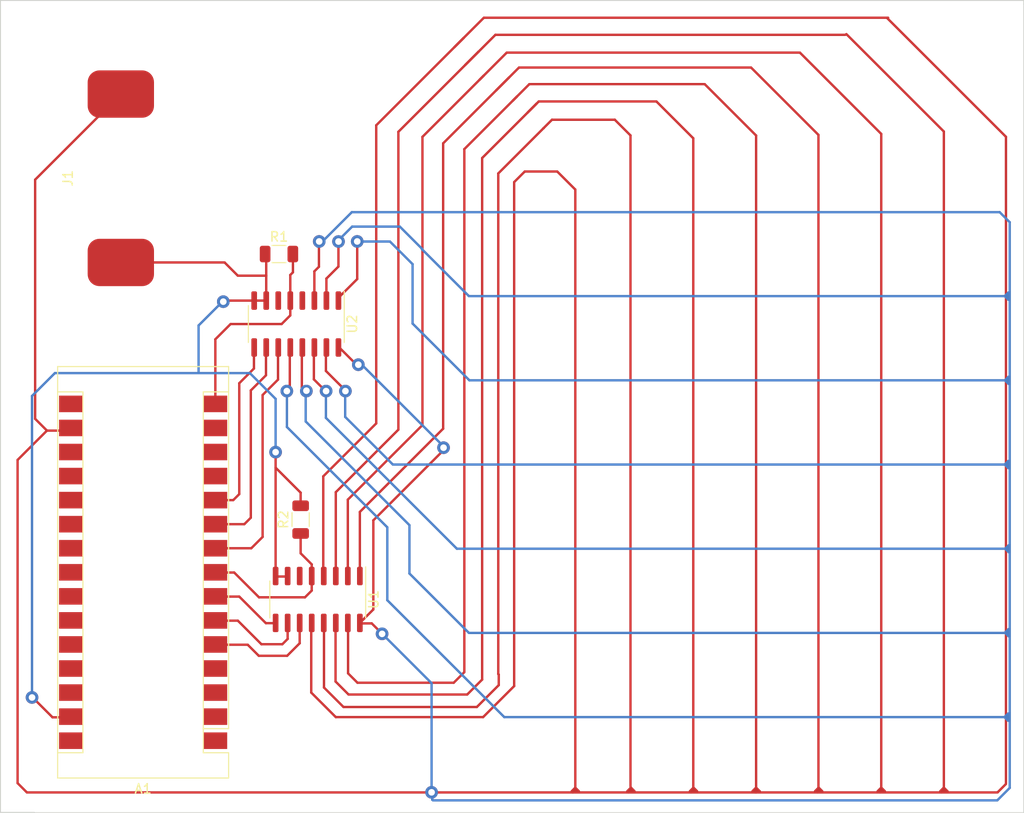
<source format=kicad_pcb>
(kicad_pcb (version 20211014) (generator pcbnew)
  (layers (0 "F.Cu" signal) (31 "B.Cu" signal) (34 "B.Paste" user) (35 "F.Paste" user) (36 "B.SilkS" user "B.Silkscreen") (37 "F.SilkS" user "F.Silkscreen") (38 "B.Mask" user) (39 "F.Mask" user) (44 "Edge.Cuts" user))
  (net 0 "")
  (net 4 "GND")
  (net 5 "Net-(A1-Pad7)")
  (net 6 "Net-(A1-Pad5)")
  (net 7 "Net-(A1-Pad6)")
  (net 8 "Net-(A1-Pad8)")
  (net 9 "Net-(A1-Pad9)")
  (net 12 "Net-(A1-Pad10)")
  (net 23 "Net-(A1-Pad15)")
  (net 29 "unconnected-(U2-Pad3)")
  (net 31 "Net-(A1-Pad11)")
  (net 35 "Net-(A1-Pad17)")
  (footprint "Package_SO:SOIC-16_3.9x9.9mm_P1.27mm" (layer "F.Cu") (at 78.5368 130.81 -90)
    (fp_text reference "U1" (at 0 -5.9 90) (layer "F.SilkS"))
    (fp_text value "SN74HCS15QDRQ1CT")
    (fp_line (start 0 -5.06) (end -3.45 -5.06) (layer "F.SilkS") (width 0.12))
    (fp_line (start 0 -5.06) (end 1.95 -5.06) (layer "F.SilkS") (width 0.12))
    (fp_line (start 0 5.06) (end -1.95 5.06) (layer "F.SilkS") (width 0.12))
    (fp_line (start 0 5.06) (end 1.95 5.06) (layer "F.SilkS") (width 0.12))
    (pad "1" smd roundrect (at -2.475 -4.445 270) (size 1.95 0.6) (layers "F.Cu" "F.Paste" "F.Mask"))
    (pad "2" smd roundrect (at -2.475 -3.175 270) (size 1.95 0.6) (layers "F.Cu" "F.Paste" "F.Mask"))
    (pad "3" smd roundrect (at -2.475 -1.905 270) (size 1.95 0.6) (layers "F.Cu" "F.Paste" "F.Mask"))
    (pad "4" smd roundrect (at -2.475 -0.635 270) (size 1.95 0.6) (layers "F.Cu" "F.Paste" "F.Mask"))
    (pad "5" smd roundrect (at -2.475 0.635 270) (size 1.95 0.6) (layers "F.Cu" "F.Paste" "F.Mask") (net 8 "Net-(A1-Pad8)"))
    (pad "6" smd roundrect (at -2.475 1.905 270) (size 1.95 0.6) (layers "F.Cu" "F.Paste" "F.Mask"))
    (pad "7" smd roundrect (at -2.475 3.175 270) (size 1.95 0.6) (layers "F.Cu" "F.Paste" "F.Mask") (net 4 "GND"))
    (pad "8" smd roundrect (at -2.475 4.445 270) (size 1.95 0.6) (layers "F.Cu" "F.Paste" "F.Mask") (net 4 "GND"))
    (pad "9" smd roundrect (at 2.475 4.445 270) (size 1.95 0.6) (layers "F.Cu" "F.Paste" "F.Mask") (net 5 "Net-(A1-Pad7)"))
    (pad "10" smd roundrect (at 2.475 3.175 270) (size 1.95 0.6) (layers "F.Cu" "F.Paste" "F.Mask") (net 7 "Net-(A1-Pad6)"))
    (pad "11" smd roundrect (at 2.475 1.905 270) (size 1.95 0.6) (layers "F.Cu" "F.Paste" "F.Mask") (net 6 "Net-(A1-Pad5)"))
    (pad "12" smd roundrect (at 2.475 0.635 270) (size 1.95 0.6) (layers "F.Cu" "F.Paste" "F.Mask"))
    (pad "13" smd roundrect (at 2.475 -0.635 270) (size 1.95 0.6) (layers "F.Cu" "F.Paste" "F.Mask"))
    (pad "14" smd roundrect (at 2.475 -1.905 270) (size 1.95 0.6) (layers "F.Cu" "F.Paste" "F.Mask"))
    (pad "15" smd roundrect (at 2.475 -3.175 270) (size 1.95 0.6) (layers "F.Cu" "F.Paste" "F.Mask"))
    (pad "16" smd roundrect (at 2.475 -4.445 270) (size 1.95 0.6) (layers "F.Cu" "F.Paste" "F.Mask") (net 35 "Net-(A1-Pad17)"))
  )
  (footprint "Resistor_SMD:R_1206_3216Metric" (layer "F.Cu") (at 76.7334 122.3772 90)
    (fp_text reference "R2" (at 0 -1.82 90) (layer "F.SilkS"))
    (fp_text value "R")
    (fp_line (start -0.727064 0.91) (end 0.727064 0.91) (layer "F.SilkS") (width 0.12))
    (fp_line (start -0.727064 -0.91) (end 0.727064 -0.91) (layer "F.SilkS") (width 0.12))
    (pad "1" smd roundrect (at -1.4625 0 90) (size 1.125 1.75) (layers "F.Cu" "F.Paste" "F.Mask") (roundrect_rratio 0.2222222222) (net 8 "Net-(A1-Pad8)"))
    (pad "2" smd roundrect (at 1.4625 0 90) (size 1.125 1.75) (layers "F.Cu" "F.Paste" "F.Mask") (roundrect_rratio 0.2222222222) (net 4 "GND"))
  )
  (footprint "ARTS-Lab:banana_connector" (layer "F.Cu") (at 52.6796 86.3346 90)
    (fp_text reference "J1" (at 0 -0.5 90 unlocked) (layer "F.SilkS"))
    (fp_text value "Conn_01x02_Female")
    (pad "1" smd roundrect (at -8.89 5.08 90) (size 5 7) (layers "F.Cu" "F.Paste" "F.Mask") (net 4 "GND"))
    (pad "2" smd roundrect (at 8.89 5.08 90) (size 5 7) (layers "F.Cu" "F.Paste" "F.Mask") (net 35 "Net-(A1-Pad17)"))
  )
  (footprint "Resistor_SMD:R_1206_3216Metric" (layer "F.Cu") (at 74.4474 94.3356)
    (fp_text reference "R1" (at 0 -1.82) (layer "F.SilkS"))
    (fp_text value "R")
    (fp_line (start -0.727064 0.91) (end 0.727064 0.91) (layer "F.SilkS") (width 0.12))
    (fp_line (start -0.727064 -0.91) (end 0.727064 -0.91) (layer "F.SilkS") (width 0.12))
    (pad "1" smd roundrect (at -1.4625 0) (size 1.125 1.75) (layers "F.Cu" "F.Paste" "F.Mask") (roundrect_rratio 0.2222222222) (net 4 "GND"))
    (pad "2" smd roundrect (at 1.4625 0) (size 1.125 1.75) (layers "F.Cu" "F.Paste" "F.Mask") (roundrect_rratio 0.2222222222) (net 23 "Net-(A1-Pad15)"))
  )
  (footprint "Package_SO:SOIC-16_3.9x9.9mm_P1.27mm" (layer "F.Cu") (at 76.2762 101.727 -90)
    (fp_text reference "U2" (at 0 -5.9 90) (layer "F.SilkS"))
    (fp_text value "SN74HCS15QDRQ1CT")
    (fp_line (start 0 -5.06) (end -3.45 -5.06) (layer "F.SilkS") (width 0.12))
    (fp_line (start 0 5.06) (end -1.95 5.06) (layer "F.SilkS") (width 0.12))
    (fp_line (start 0 -5.06) (end 1.95 -5.06) (layer "F.SilkS") (width 0.12))
    (fp_line (start 0 5.06) (end 1.95 5.06) (layer "F.SilkS") (width 0.12))
    (pad "1" smd roundrect (at -2.475 -4.445 270) (size 1.95 0.6) (layers "F.Cu" "F.Paste" "F.Mask"))
    (pad "2" smd roundrect (at -2.475 -3.175 270) (size 1.95 0.6) (layers "F.Cu" "F.Paste" "F.Mask"))
    (pad "3" smd roundrect (at -2.475 -1.905 270) (size 1.95 0.6) (layers "F.Cu" "F.Paste" "F.Mask") (net 29 "unconnected-(U2-Pad3)"))
    (pad "4" smd roundrect (at -2.475 -0.635 270) (size 1.95 0.6) (layers "F.Cu" "F.Paste" "F.Mask"))
    (pad "5" smd roundrect (at -2.475 0.635 270) (size 1.95 0.6) (layers "F.Cu" "F.Paste" "F.Mask") (net 23 "Net-(A1-Pad15)"))
    (pad "6" smd roundrect (at -2.475 1.905 270) (size 1.95 0.6) (layers "F.Cu" "F.Paste" "F.Mask"))
    (pad "7" smd roundrect (at -2.475 3.175 270) (size 1.95 0.6) (layers "F.Cu" "F.Paste" "F.Mask") (net 4 "GND"))
    (pad "8" smd roundrect (at -2.475 4.445 270) (size 1.95 0.6) (layers "F.Cu" "F.Paste" "F.Mask") (net 4 "GND"))
    (pad "9" smd roundrect (at 2.475 4.445 270) (size 1.95 0.6) (layers "F.Cu" "F.Paste" "F.Mask") (net 31 "Net-(A1-Pad11)"))
    (pad "10" smd roundrect (at 2.475 3.175 270) (size 1.95 0.6) (layers "F.Cu" "F.Paste" "F.Mask") (net 12 "Net-(A1-Pad10)"))
    (pad "11" smd roundrect (at 2.475 1.905 270) (size 1.95 0.6) (layers "F.Cu" "F.Paste" "F.Mask") (net 9 "Net-(A1-Pad9)"))
    (pad "12" smd roundrect (at 2.475 0.635 270) (size 1.95 0.6) (layers "F.Cu" "F.Paste" "F.Mask"))
    (pad "13" smd roundrect (at 2.475 -0.635 270) (size 1.95 0.6) (layers "F.Cu" "F.Paste" "F.Mask"))
    (pad "14" smd roundrect (at 2.475 -1.905 270) (size 1.95 0.6) (layers "F.Cu" "F.Paste" "F.Mask"))
    (pad "15" smd roundrect (at 2.475 -3.175 270) (size 1.95 0.6) (layers "F.Cu" "F.Paste" "F.Mask"))
    (pad "16" smd roundrect (at 2.475 -4.445 270) (size 1.95 0.6) (layers "F.Cu" "F.Paste" "F.Mask") (net 35 "Net-(A1-Pad17)"))
  )
  (footprint "Module:Arduino_Nano" (layer "F.Cu") (at 67.7318 145.7198 180)
    (fp_text reference "A1" (at 7.62 -5.08) (layer "F.SilkS"))
    (fp_text value "Arduino_Nano_v3.x")
    (fp_line (start 1.27 1.27) (end 1.27 -1.27) (layer "F.SilkS") (width 0.12))
    (fp_line (start -1.4 1.27) (end -1.4 39.5) (layer "F.SilkS") (width 0.12))
    (fp_line (start 13.97 -1.27) (end 16.64 -1.27) (layer "F.SilkS") (width 0.12))
    (fp_line (start 13.97 36.83) (end 16.64 36.83) (layer "F.SilkS") (width 0.12))
    (fp_line (start 1.27 -1.27) (end -1.4 -1.27) (layer "F.SilkS") (width 0.12))
    (fp_line (start 1.27 36.83) (end -1.4 36.83) (layer "F.SilkS") (width 0.12))
    (fp_line (start 16.64 39.5) (end 16.64 -3.94) (layer "F.SilkS") (width 0.12))
    (fp_line (start 1.27 1.27) (end 1.27 36.83) (layer "F.SilkS") (width 0.12))
    (fp_line (start 1.27 1.27) (end -1.4 1.27) (layer "F.SilkS") (width 0.12))
    (fp_line (start -1.4 39.5) (end 16.64 39.5) (layer "F.SilkS") (width 0.12))
    (fp_line (start -1.4 -3.94) (end -1.4 -1.27) (layer "F.SilkS") (width 0.12))
    (fp_line (start 13.97 -1.27) (end 13.97 36.83) (layer "F.SilkS") (width 0.12))
    (fp_line (start 16.64 -3.94) (end -1.4 -3.94) (layer "F.SilkS") (width 0.12))
    (pad "1" smd rect (at 0 0 180) (size 2.5 1.75) (layers "F.Cu" "F.Paste" "F.Mask"))
    (pad "2" smd rect (at 0 2.54 180) (size 2.5 1.75) (layers "F.Cu" "F.Paste" "F.Mask"))
    (pad "3" smd rect (at 0 5.08 180) (size 2.5 1.75) (layers "F.Cu" "F.Paste" "F.Mask"))
    (pad "4" smd rect (at 0 7.62 180) (size 2.5 1.75) (layers "F.Cu" "F.Paste" "F.Mask") (net 4 "GND"))
    (pad "5" smd rect (at 0 10.16 180) (size 2.5 1.75) (layers "F.Cu" "F.Paste" "F.Mask") (net 6 "Net-(A1-Pad5)"))
    (pad "6" smd rect (at 0 12.7 180) (size 2.5 1.75) (layers "F.Cu" "F.Paste" "F.Mask") (net 7 "Net-(A1-Pad6)"))
    (pad "7" smd rect (at 0 15.24 180) (size 2.5 1.75) (layers "F.Cu" "F.Paste" "F.Mask") (net 5 "Net-(A1-Pad7)"))
    (pad "8" smd rect (at 0 17.78 180) (size 2.5 1.75) (layers "F.Cu" "F.Paste" "F.Mask") (net 8 "Net-(A1-Pad8)"))
    (pad "9" smd rect (at 0 20.32 180) (size 2.5 1.75) (layers "F.Cu" "F.Paste" "F.Mask") (net 9 "Net-(A1-Pad9)"))
    (pad "10" smd rect (at 0 22.86 180) (size 2.5 1.75) (layers "F.Cu" "F.Paste" "F.Mask") (net 12 "Net-(A1-Pad10)"))
    (pad "11" smd rect (at 0 25.4 180) (size 2.5 1.75) (layers "F.Cu" "F.Paste" "F.Mask") (net 31 "Net-(A1-Pad11)"))
    (pad "12" smd rect (at 0 27.94 180) (size 2.5 1.75) (layers "F.Cu" "F.Paste" "F.Mask"))
    (pad "13" smd rect (at 0 30.48 180) (size 2.5 1.75) (layers "F.Cu" "F.Paste" "F.Mask"))
    (pad "14" smd rect (at 0 33.02 180) (size 2.5 1.75) (layers "F.Cu" "F.Paste" "F.Mask"))
    (pad "15" smd rect (at 0 35.56 180) (size 2.5 1.75) (layers "F.Cu" "F.Paste" "F.Mask") (net 23 "Net-(A1-Pad15)"))
    (pad "16" smd rect (at 15.24 35.56 180) (size 2.5 1.75) (layers "F.Cu" "F.Paste" "F.Mask"))
    (pad "17" smd rect (at 15.24 33.02 180) (size 2.5 1.75) (layers "F.Cu" "F.Paste" "F.Mask") (net 35 "Net-(A1-Pad17)"))
    (pad "18" smd rect (at 15.24 30.48 180) (size 2.5 1.75) (layers "F.Cu" "F.Paste" "F.Mask"))
    (pad "19" smd rect (at 15.24 27.94 180) (size 2.5 1.75) (layers "F.Cu" "F.Paste" "F.Mask"))
    (pad "20" smd rect (at 15.24 25.4 180) (size 2.5 1.75) (layers "F.Cu" "F.Paste" "F.Mask"))
    (pad "21" smd rect (at 15.24 22.86 180) (size 2.5 1.75) (layers "F.Cu" "F.Paste" "F.Mask"))
    (pad "22" smd rect (at 15.24 20.32 180) (size 2.5 1.75) (layers "F.Cu" "F.Paste" "F.Mask"))
    (pad "23" smd rect (at 15.24 17.78 180) (size 2.5 1.75) (layers "F.Cu" "F.Paste" "F.Mask"))
    (pad "24" smd rect (at 15.24 15.24 180) (size 2.5 1.75) (layers "F.Cu" "F.Paste" "F.Mask"))
    (pad "25" smd rect (at 15.24 12.7 180) (size 2.5 1.75) (layers "F.Cu" "F.Paste" "F.Mask"))
    (pad "26" smd rect (at 15.24 10.16 180) (size 2.5 1.75) (layers "F.Cu" "F.Paste" "F.Mask"))
    (pad "27" smd rect (at 15.24 7.62 180) (size 2.5 1.75) (layers "F.Cu" "F.Paste" "F.Mask"))
    (pad "28" smd rect (at 15.24 5.08 180) (size 2.5 1.75) (layers "F.Cu" "F.Paste" "F.Mask"))
    (pad "29" smd rect (at 15.24 2.54 180) (size 2.5 1.75) (layers "F.Cu" "F.Paste" "F.Mask") (net 4 "GND"))
    (pad "30" smd rect (at 15.24 0 180) (size 2.5 1.75) (layers "F.Cu" "F.Paste" "F.Mask"))
  )
  (gr_circle (center 78.6892 93.005639) (end 78.121239 93.005639) (layer "F.Cu") (width 0.2) (fill solid))
  (gr_circle (center 75.276439 108.804439) (end 74.708478 108.804439) (layer "F.Cu") (width 0.2) (fill solid))
  (gr_circle (center 81.4578 108.804439) (end 80.889839 108.804439) (layer "F.Cu") (width 0.2) (fill solid))
  (gr_circle (center 68.570839 99.3648) (end 68.002878 99.3648) (layer "F.Cu") (width 0.2) (fill solid))
  (gr_circle (center 77.343 108.804439) (end 76.775039 108.804439) (layer "F.Cu") (width 0.2) (fill solid))
  (gr_circle (center 80.728278 93.0148) (end 80.160317 93.0148) (layer "F.Cu") (width 0.2) (fill solid))
  (gr_circle (center 48.389771 141.158581) (end 48.957732 141.158581) (layer "F.Cu") (width 0.2) (fill solid))
  (gr_circle (center 82.820239 106.0196) (end 82.252278 106.0196) (layer "F.Cu") (width 0.2) (fill solid))
  (gr_circle (center 85.327761 134.4422) (end 85.895722 134.4422) (layer "F.Cu") (width 0.2) (fill solid))
  (gr_circle (center 82.7024 93.005639) (end 82.134439 93.005639) (layer "F.Cu") (width 0.2) (fill solid))
  (gr_circle (center 90.551 151.171639) (end 91.118961 151.171639) (layer "F.Cu") (width 0.2) (fill solid))
  (gr_circle (center 74.0918 115.256039) (end 74.659761 115.256039) (layer "F.Cu") (width 0.2) (fill solid))
  (gr_circle (center 91.811839 114.7826) (end 91.243878 114.7826) (layer "F.Cu") (width 0.2) (fill solid))
  (gr_circle (center 79.416639 108.804439) (end 78.848678 108.804439) (layer "F.Cu") (width 0.2) (fill solid))
  (gr_circle (center 82.820239 106.0196) (end 83.3882 106.0196) (layer "B.Cu") (width 0.2) (fill solid))
  (gr_circle (center 85.32499 134.431419) (end 85.892951 134.431419) (layer "B.Cu") (width 0.2) (fill solid))
  (gr_circle (center 77.333839 108.804439) (end 77.9018 108.804439) (layer "B.Cu") (width 0.2) (fill solid))
  (gr_circle (center 90.551 151.171639) (end 91.118961 151.171639) (layer "B.Cu") (width 0.2) (fill solid))
  (gr_circle (center 75.276439 108.804439) (end 75.8444 108.804439) (layer "B.Cu") (width 0.2) (fill solid))
  (gr_circle (center 78.698361 93.005639) (end 79.266322 93.005639) (layer "B.Cu") (width 0.2) (fill solid))
  (gr_circle (center 48.387 141.1478) (end 48.954961 141.1478) (layer "B.Cu") (width 0.2) (fill solid))
  (gr_circle (center 79.4258 108.804439) (end 79.993761 108.804439) (layer "B.Cu") (width 0.2) (fill solid))
  (gr_circle (center 80.728278 93.0148) (end 81.296239 93.0148) (layer "B.Cu") (width 0.2) (fill solid))
  (gr_circle (center 68.570839 99.3648) (end 69.1388 99.3648) (layer "B.Cu") (width 0.2) (fill solid))
  (gr_circle (center 82.7024 93.005639) (end 83.270361 93.005639) (layer "B.Cu") (width 0.2) (fill solid))
  (gr_circle (center 91.811839 114.7826) (end 92.3798 114.7826) (layer "B.Cu") (width 0.2) (fill solid))
  (gr_circle (center 74.089029 115.245258) (end 74.65699 115.245258) (layer "B.Cu") (width 0.2) (fill solid))
  (gr_circle (center 81.4578 108.804439) (end 82.025761 108.804439) (layer "B.Cu") (width 0.2) (fill solid))
  (gr_line (start 153.035 67.564) (end 45.0596 67.564) (layer "Edge.Cuts") (width 0.1))
  (gr_line (start 45.0596 153.289) (end 45.0596 67.564) (layer "Edge.Cuts") (width 0.1))
  (gr_line (start 48.641 153.3144) (end 153.035 153.3144) (layer "Edge.Cuts") (width 0.1))
  (gr_line (start 153.035 67.945) (end 153.035 67.564) (layer "Edge.Cuts") (width 0.1))
  (gr_line (start 153.035 153.289) (end 153.035 67.945) (layer "Edge.Cuts") (width 0.1))
  (gr_line (start 48.641 153.289) (end 45.0596 153.289) (layer "Edge.Cuts") (width 0.1))
  (via (at 81.4578 108.804439) (size 0.71) (drill 0.7) (layers "F.Cu" "B.Cu") (net 0))
  (via (at 91.811839 114.7826) (size 0.71) (drill 0.7) (layers "F.Cu" "B.Cu") (net 0))
  (via (at 78.6892 93.005639) (size 0.71) (drill 0.7) (layers "F.Cu" "B.Cu") (net 0))
  (via (at 77.343 108.7628) (size 0.71) (drill 0.7) (layers "F.Cu" "B.Cu") (net 0))
  (via (at 48.389771 141.158581) (size 0.71) (drill 0.7) (layers "F.Cu" "B.Cu") (net 0))
  (via (at 80.728278 93.0148) (size 0.71) (drill 0.7) (layers "F.Cu" "B.Cu") (net 0))
  (via (at 90.551 151.171639) (size 0.71) (drill 0.7) (layers "F.Cu" "B.Cu") (net 0))
  (via (at 75.276439 108.804439) (size 0.71) (drill 0.7) (layers "F.Cu" "B.Cu") (net 0))
  (via (at 74.0918 115.256039) (size 0.71) (drill 0.7) (layers "F.Cu" "B.Cu") (net 0))
  (via (at 82.820239 106.0196) (size 0.71) (drill 0.7) (layers "F.Cu" "B.Cu") (net 0))
  (via (at 82.7024 93.005639) (size 0.71) (drill 0.7) (layers "F.Cu" "B.Cu") (net 0))
  (via (at 68.570839 99.3648) (size 0.71) (drill 0.7) (layers "F.Cu" "B.Cu") (net 0))
  (via (at 79.416639 108.804439) (size 0.71) (drill 0.7) (layers "F.Cu" "B.Cu") (net 0))
  (via (at 85.327761 134.4422) (size 0.71) (drill 0.7) (layers "F.Cu" "B.Cu") (net 0))
  (segment (start 73.1012 99.252) (end 73.1012 96.6216) (width 0.25) (layer "F.Cu") (net 4))
  (segment (start 57.7596 95.2246) (end 68.707 95.2246) (width 0.25) (layer "F.Cu") (net 4))
  (segment (start 51.310771 143.250542) (end 50.548771 143.250542) (width 0.25) (layer "F.Cu") (net 4))
  (segment (start 76.7334 119.5324) (end 74.0918 116.8908) (width 0.25) (layer "F.Cu") (net 4))
  (segment (start 50.548771 143.250542) (end 48.389771 141.091542) (width 0.25) (layer "F.Cu") (net 4))
  (segment (start 74.0918 116.8908) (end 74.0918 115.189) (width 0.25) (layer "F.Cu") (net 4))
  (segment (start 73.1012 96.6216) (end 73.1012 94.4519) (width 0.25) (layer "F.Cu") (net 4))
  (segment (start 71.8312 99.252) (end 68.6166 99.252) (width 0.25) (layer "F.Cu") (net 4))
  (segment (start 74.0918 128.3858) (end 74.0918 116.8908) (width 0.25) (layer "F.Cu") (net 4))
  (segment (start 76.7334 120.9147) (end 76.7334 119.5324) (width 0.25) (layer "F.Cu") (net 4))
  (segment (start 73.0758 99.252) (end 71.8058 99.252) (width 0.25) (layer "F.Cu") (net 4))
  (segment (start 73.1012 94.4519) (end 72.9849 94.3356) (width 0.25) (layer "F.Cu") (net 4))
  (segment (start 68.6166 99.252) (end 68.58 99.2886) (width 0.25) (layer "F.Cu") (net 4))
  (segment (start 68.707 95.2246) (end 70.104 96.6216) (width 0.25) (layer "F.Cu") (net 4))
  (segment (start 70.104 96.6216) (end 73.1012 96.6216) (width 0.25) (layer "F.Cu") (net 4))
  (segment (start 74.1172 128.3858) (end 75.3872 128.3858) (width 0.25) (layer "F.Cu") (net 4))
  (segment (start 65.9638 106.9086) (end 71.374 106.9086) (width 0.25) (layer "B.Cu") (net 4))
  (segment (start 71.374 106.9086) (end 74.0918 109.6264) (width 0.25) (layer "B.Cu") (net 4))
  (segment (start 74.0918 109.6264) (end 74.0918 115.189) (width 0.25) (layer "B.Cu") (net 4))
  (segment (start 65.9638 106.9086) (end 65.9638 101.8794) (width 0.25) (layer "B.Cu") (net 4))
  (segment (start 65.9638 101.8794) (end 68.58 99.2632) (width 0.25) (layer "B.Cu") (net 4))
  (segment (start 50.8 106.9086) (end 65.9638 106.9086) (width 0.25) (layer "B.Cu") (net 4))
  (segment (start 48.387 141.0716) (end 48.387 109.3216) (width 0.25) (layer "B.Cu") (net 4))
  (segment (start 48.387 109.3216) (end 50.8 106.9086) (width 0.25) (layer "B.Cu") (net 4))
  (segment (start 73.0616 133.3104) (end 70.2564 130.5052) (width 0.25) (layer "F.Cu") (net 5))
  (segment (start 74.0918 133.3104) (end 73.0616 133.3104) (width 0.25) (layer "F.Cu") (net 5))
  (segment (start 70.2564 130.5052) (end 67.808 130.5052) (width 0.25) (layer "F.Cu") (net 5))
  (segment (start 71.1454 135.5852) (end 67.808 135.5852) (width 0.25) (layer "F.Cu") (net 6))
  (segment (start 76.6318 133.3104) (end 76.6318 135.4328) (width 0.25) (layer "F.Cu") (net 6))
  (segment (start 76.6318 135.4328) (end 75.311 136.7536) (width 0.25) (layer "F.Cu") (net 6))
  (segment (start 72.3138 136.7536) (end 71.1454 135.5852) (width 0.25) (layer "F.Cu") (net 6))
  (segment (start 75.311 136.7536) (end 72.3138 136.7536) (width 0.25) (layer "F.Cu") (net 6))
  (segment (start 72.5932 135.5344) (end 70.104 133.0452) (width 0.25) (layer "F.Cu") (net 7))
  (segment (start 70.104 133.0452) (end 67.808 133.0452) (width 0.25) (layer "F.Cu") (net 7))
  (segment (start 74.803 135.5344) (end 72.5932 135.5344) (width 0.25) (layer "F.Cu") (net 7))
  (segment (start 75.3618 133.3104) (end 75.3618 134.9756) (width 0.25) (layer "F.Cu") (net 7))
  (segment (start 75.3618 134.9756) (end 74.803 135.5344) (width 0.25) (layer "F.Cu") (net 7))
  (segment (start 76.7334 125.9332) (end 76.7334 123.8397) (width 0.25) (layer "F.Cu") (net 8))
  (segment (start 72.3392 130.5814) (end 69.723 127.9652) (width 0.25) (layer "F.Cu") (net 8))
  (segment (start 77.9018 129.8702) (end 77.1906 130.5814) (width 0.25) (layer "F.Cu") (net 8))
  (segment (start 69.723 127.9652) (end 67.808 127.9652) (width 0.25) (layer "F.Cu") (net 8))
  (segment (start 77.9272 128.3858) (end 77.9272 128.762551) (width 0.25) (layer "F.Cu") (net 8))
  (segment (start 77.1906 130.5814) (end 72.3392 130.5814) (width 0.25) (layer "F.Cu") (net 8))
  (segment (start 77.9018 128.335) (end 77.9018 127.1016) (width 0.25) (layer "F.Cu") (net 8))
  (segment (start 77.9018 128.787951) (end 77.9018 129.8702) (width 0.25) (layer "F.Cu") (net 8))
  (segment (start 77.9018 127.1016) (end 76.7334 125.9332) (width 0.25) (layer "F.Cu") (net 8))
  (segment (start 77.9272 128.762551) (end 77.9018 128.787951) (width 0.25) (layer "F.Cu") (net 8))
  (segment (start 74.3458 107.5944) (end 72.7202 109.22) (width 0.25) (layer "F.Cu") (net 9))
  (segment (start 74.3458 104.202) (end 74.3458 107.5944) (width 0.25) (layer "F.Cu") (net 9))
  (segment (start 71.5264 125.3998) (end 67.7318 125.3998) (width 0.25) (layer "F.Cu") (net 9))
  (segment (start 72.7202 124.206) (end 71.5264 125.3998) (width 0.25) (layer "F.Cu") (net 9))
  (segment (start 72.7202 109.22) (end 72.7202 124.206) (width 0.25) (layer "F.Cu") (net 9))
  (segment (start 73.0758 107.1372) (end 71.4756 108.7374) (width 0.25) (layer "F.Cu") (net 12))
  (segment (start 71.4756 122.174) (end 70.7898 122.8598) (width 0.25) (layer "F.Cu") (net 12))
  (segment (start 71.4756 108.7374) (end 71.4756 122.174) (width 0.25) (layer "F.Cu") (net 12))
  (segment (start 73.0758 104.202) (end 73.0758 107.1372) (width 0.25) (layer "F.Cu") (net 12))
  (segment (start 70.7898 122.8598) (end 67.7318 122.8598) (width 0.25) (layer "F.Cu") (net 12))
  (segment (start 75.6412 100.8126) (end 74.7268 101.727) (width 0.25) (layer "F.Cu") (net 23))
  (segment (start 74.7268 101.727) (end 69.342 101.727) (width 0.25) (layer "F.Cu") (net 23))
  (segment (start 75.6412 96.5454) (end 75.9206 96.266) (width 0.25) (layer "F.Cu") (net 23))
  (segment (start 75.9206 96.266) (end 75.9206 94.3463) (width 0.25) (layer "F.Cu") (net 23))
  (segment (start 75.9206 94.3463) (end 75.9099 94.3356) (width 0.25) (layer "F.Cu") (net 23))
  (segment (start 75.6412 99.252) (end 75.6412 96.5454) (width 0.25) (layer "F.Cu") (net 23))
  (segment (start 69.342 101.727) (end 67.7318 103.3372) (width 0.25) (layer "F.Cu") (net 23))
  (segment (start 67.7318 103.3372) (end 67.7318 110.1598) (width 0.25) (layer "F.Cu") (net 23))
  (segment (start 75.6412 99.252) (end 75.6412 100.8126) (width 0.25) (layer "F.Cu") (net 23))
  (segment (start 79.4512 99.252) (end 79.4512 96.9264) (width 0.25) (layer "F.Cu") (net 29))
  (segment (start 78.1812 96.1644) (end 78.6638 95.6818) (width 0.25) (layer "F.Cu") (net 29))
  (segment (start 75.5904 104.2528) (end 75.5904 108.4072) (width 0.25) (layer "F.Cu") (net 29))
  (segment (start 78.1812 99.3394) (end 78.1812 96.1644) (width 0.25) (layer "F.Cu") (net 29))
  (segment (start 75.5904 108.4072) (end 75.2094 108.7882) (width 0.25) (layer "F.Cu") (net 29))
  (segment (start 79.4004 104.2528) (end 79.4004 106.68) (width 0.25) (layer "F.Cu") (net 29))
  (segment (start 80.737439 93.091) (end 80.712039 93.0656) (width 0.25) (layer "F.Cu") (net 29))
  (segment (start 79.4004 106.68) (end 81.4832 108.7628) (width 0.25) (layer "F.Cu") (net 29))
  (segment (start 78.756239 93.1418) (end 78.680039 93.0656) (width 0.25) (layer "F.Cu") (net 29))
  (segment (start 80.7466 98.933) (end 82.7024 96.9772) (width 0.25) (layer "F.Cu") (net 29))
  (segment (start 78.1304 104.2528) (end 78.1304 107.569) (width 0.25) (layer "F.Cu") (net 29))
  (segment (start 78.1304 107.569) (end 79.4004 108.839) (width 0.25) (layer "F.Cu") (net 29))
  (segment (start 80.7466 99.2886) (end 80.7466 98.933) (width 0.25) (layer "F.Cu") (net 29))
  (segment (start 79.4258 99.2886) (end 79.4258 98.6536) (width 0.25) (layer "F.Cu") (net 29))
  (segment (start 78.6638 95.6818) (end 78.6638 93.0656) (width 0.25) (layer "F.Cu") (net 29))
  (segment (start 76.8604 104.2528) (end 76.8604 108.4072) (width 0.25) (layer "F.Cu") (net 29))
  (segment (start 82.7024 96.9772) (end 82.7024 93.091) (width 0.25) (layer "F.Cu") (net 29))
  (segment (start 80.7212 95.6564) (end 80.7212 93.1164) (width 0.25) (layer "F.Cu") (net 29))
  (segment (start 76.8604 108.4072) (end 77.3176 108.8644) (width 0.25) (layer "F.Cu") (net 29))
  (segment (start 79.4512 96.9264) (end 80.7212 95.6564) (width 0.25) (layer "F.Cu") (net 29))
  (segment (start 151.5546 150.7054) (end 151.5546 90.9756) (width 0.25) (layer "B.Cu") (net 29))
  (segment (start 88.5444 101.6762) (end 88.5444 95.4024) (width 0.25) (layer "B.Cu") (net 29))
  (segment (start 151.4094 98.9076) (end 151.2824 98.7806) (width 0.25) (layer "B.Cu") (net 29))
  (segment (start 90.62 151.951396) (end 90.635796 151.951396) (width 0.25) (layer "B.Cu") (net 29))
  (segment (start 151.4094 116.9416) (end 151.0284 116.5606) (width 0.25) (layer "B.Cu") (net 29))
  (segment (start 82.169 91.44) (end 80.6704 92.9386) (width 0.25) (layer "B.Cu") (net 29))
  (segment (start 94.5388 107.6706) (end 88.5444 101.6762) (width 0.25) (layer "B.Cu") (net 29))
  (segment (start 77.2668 112.014) (end 77.2668 108.966) (width 0.25) (layer "B.Cu") (net 29))
  (segment (start 80.6704 92.9386) (end 80.6704 93.0148) (width 0.25) (layer "B.Cu") (net 29))
  (segment (start 94.4753 134.3279) (end 88.2142 128.0668) (width 0.25) (layer "B.Cu") (net 29))
  (segment (start 151.0284 98.7806) (end 151.4094 98.3996) (width 0.25) (layer "B.Cu") (net 29))
  (segment (start 75.2856 112.5982) (end 75.2856 108.9406) (width 0.25) (layer "B.Cu") (net 29))
  (segment (start 89.535 93.8276) (end 89.535 93.7768) (width 0.25) (layer "B.Cu") (net 29))
  (segment (start 85.8774 123.19) (end 75.2856 112.5982) (width 0.25) (layer "B.Cu") (net 29))
  (segment (start 151.4094 116.6876) (end 151.2824 116.5606) (width 0.25) (layer "B.Cu") (net 29))
  (segment (start 151.0792 125.4506) (end 151.4602 125.0696) (width 0.25) (layer "B.Cu") (net 29))
  (segment (start 93.218 125.4506) (end 79.4004 111.633) (width 0.25) (layer "B.Cu") (net 29))
  (segment (start 151.1046 98.7806) (end 94.488 98.7806) (width 0.25) (layer "B.Cu") (net 29))
  (segment (start 151.4602 125.1966) (end 151.4602 125.7046) (width 0.25) (layer "B.Cu") (net 29))
  (segment (start 150.9776 134.3406) (end 94.488 134.3406) (width 0.25) (layer "B.Cu") (net 29))
  (segment (start 151.027702 134.341298) (end 151.0792 134.2898) (width 0.25) (layer "B.Cu") (net 29))
  (segment (start 90.62 151.8412) (end 90.62 151.951396) (width 0.25) (layer "B.Cu") (net 29))
  (segment (start 98.2218 143.2306) (end 85.8774 130.8862) (width 0.25) (layer "B.Cu") (net 29))
  (segment (start 151.384 143.6116) (end 151.003 143.2306) (width 0.25) (layer "B.Cu") (net 29))
  (segment (start 88.5444 95.4024) (end 86.1568 93.0148) (width 0.25) (layer "B.Cu") (net 29))
  (segment (start 151.4602 125.5776) (end 151.3332 125.4506) (width 0.25) (layer "B.Cu") (net 29))
  (segment (start 150.241 152.019) (end 151.5546 150.7054) (width 0.25) (layer "B.Cu") (net 29))
  (segment (start 90.635796 151.951396) (end 90.7034 152.019) (width 0.25) (layer "B.Cu") (net 29))
  (segment (start 151.4348 108.0516) (end 151.0538 107.6706) (width 0.25) (layer "B.Cu") (net 29))
  (segment (start 86.1568 93.0148) (end 82.55 93.0148) (width 0.25) (layer "B.Cu") (net 29))
  (segment (start 150.9776 116.5606) (end 86.4616 116.5606) (width 0.25) (layer "B.Cu") (net 29))
  (segment (start 151.4094 98.5266) (end 151.4094 99.0346) (width 0.25) (layer "B.Cu") (net 29))
  (segment (start 82.132815 89.916) (end 78.499245 93.54957) (width 0.25) (layer "B.Cu") (net 29))
  (segment (start 87.1982 91.44) (end 82.169 91.44) (width 0.25) (layer "B.Cu") (net 29))
  (segment (start 151.4348 134.4422) (end 151.3078 134.3152) (width 0.25) (layer "B.Cu") (net 29))
  (segment (start 151.4348 107.4166) (end 151.4348 107.9246) (width 0.25) (layer "B.Cu") (net 29))
  (segment (start 88.2142 122.9614) (end 77.2668 112.014) (width 0.25) (layer "B.Cu") (net 29))
  (segment (start 82.711561 93.361239) (end 82.711561 93.056439) (width 0.25) (layer "B.Cu") (net 29))
  (segment (start 151.4602 125.8316) (end 151.0792 125.4506) (width 0.25) (layer "B.Cu") (net 29))
  (segment (start 89.535 93.7768) (end 87.1982 91.44) (width 0.25) (layer "B.Cu") (net 29))
  (segment (start 151.4348 134.6962) (end 151.0538 134.3152) (width 0.25) (layer "B.Cu") (net 29))
  (segment (start 151.0284 116.5606) (end 151.4094 116.1796) (width 0.25) (layer "B.Cu") (net 29))
  (segment (start 151.003 143.2306) (end 151.384 142.8496) (width 0.25) (layer "B.Cu") (net 29))
  (segment (start 151.0538 107.6706) (end 151.4348 107.2896) (width 0.25) (layer "B.Cu") (net 29))
  (segment (start 86.4616 116.5606) (end 81.4324 111.5314) (width 0.25) (layer "B.Cu") (net 29))
  (segment (start 151.384 142.9766) (end 151.384 143.4846) (width 0.25) (layer "B.Cu") (net 29))
  (segment (start 151.4348 134.0612) (end 151.4348 134.5692) (width 0.25) (layer "B.Cu") (net 29))
  (segment (start 150.495 89.916) (end 82.132815 89.916) (width 0.25) (layer "B.Cu") (net 29))
  (segment (start 94.488 98.7806) (end 89.535 93.8276) (width 0.25) (layer "B.Cu") (net 29))
  (segment (start 90.7034 152.019) (end 150.241 152.019) (width 0.25) (layer "B.Cu") (net 29))
  (segment (start 151.4348 107.7976) (end 151.3078 107.6706) (width 0.25) (layer "B.Cu") (net 29))
  (segment (start 151.0538 134.3152) (end 151.4348 133.9342) (width 0.25) (layer "B.Cu") (net 29))
  (segment (start 151.0538 125.4506) (end 93.218 125.4506) (width 0.25) (layer "B.Cu") (net 29))
  (segment (start 81.4324 111.5314) (end 81.4324 108.966) (width 0.25) (layer "B.Cu") (net 29))
  (segment (start 79.4004 111.633) (end 79.4004 108.9914) (width 0.25) (layer "B.Cu") (net 29))
  (segment (start 151.0284 107.6706) (end 94.5388 107.6706) (width 0.25) (layer "B.Cu") (net 29))
  (segment (start 88.2142 128.0668) (end 88.2142 122.9614) (width 0.25) (layer "B.Cu") (net 29))
  (segment (start 151.5546 90.9756) (end 150.495 89.916) (width 0.25) (layer "B.Cu") (net 29))
  (segment (start 151.4094 116.3066) (end 151.4094 116.8146) (width 0.25) (layer "B.Cu") (net 29))
  (segment (start 85.8774 130.8862) (end 85.8774 123.19) (width 0.25) (layer "B.Cu") (net 29))
  (segment (start 151.0466 143.2378) (end 151.0538 143.2306) (width 0.25) (layer "B.Cu") (net 29))
  (segment (start 150.9268 143.2306) (end 98.2218 143.2306) (width 0.25) (layer "B.Cu") (net 29))
  (segment (start 151.384 143.3576) (end 151.257 143.2306) (width 0.25) (layer "B.Cu") (net 29))
  (segment (start 151.4094 99.1616) (end 151.0284 98.7806) (width 0.25) (layer "B.Cu") (net 29))
  (segment (start 69.6214 120.3198) (end 67.7318 120.3198) (width 0.25) (layer "F.Cu") (net 31))
  (segment (start 71.8058 106.426) (end 70.2564 107.9754) (width 0.25) (layer "F.Cu") (net 31))
  (segment (start 70.2564 107.9754) (end 70.2564 119.6848) (width 0.25) (layer "F.Cu") (net 31))
  (segment (start 71.8058 104.202) (end 71.8058 106.426) (width 0.25) (layer "F.Cu") (net 31))
  (segment (start 70.2564 119.6848) (end 69.6214 120.3198) (width 0.25) (layer "F.Cu") (net 31))
  (segment (start 144.6276 150.736258) (end 144.6022 150.736258) (width 0.25) (layer "F.Cu") (net 35))
  (segment (start 77.851 140.6398) (end 77.851 133.35) (width 0.25) (layer "F.Cu") (net 35))
  (segment (start 118.0592 151.0538) (end 118.1862 150.9268) (width 0.25) (layer "F.Cu") (net 35))
  (segment (start 105.331029 151.059258) (end 105.712029 150.678258) (width 0.25) (layer "F.Cu") (net 35))
  (segment (start 49.9618 112.9792) (end 51.7672 112.9792) (width 0.25) (layer "F.Cu") (net 35))
  (segment (start 96.023357 75.525557) (end 95.608371 75.940542) (width 0.25) (layer "F.Cu") (net 35))
  (segment (start 150.2664 151.1808) (end 47.8464 151.1808) (width 0.25) (layer "F.Cu") (net 35))
  (segment (start 91.8576 114.6698) (end 91.821 114.7064) (width 0.25) (layer "F.Cu") (net 35))
  (segment (start 134.216371 71.190742) (end 97.284771 71.190742) (width 0.25) (layer "F.Cu") (net 35))
  (segment (start 82.9818 133.3358) (end 84.2376 133.3358) (width 0.25) (layer "F.Cu") (net 35))
  (segment (start 105.712029 150.678258) (end 106.093029 151.059258) (width 0.25) (layer "F.Cu") (net 35))
  (segment (start 111.5822 150.6728) (end 111.9632 151.0538) (width 0.25) (layer "F.Cu") (net 35))
  (segment (start 84.709 80.743912) (end 84.709 112.2172) (width 0.25) (layer "F.Cu") (net 35))
  (segment (start 98.715756 75.703356) (end 97.360971 77.058142) (width 0.25) (layer "F.Cu") (net 35))
  (segment (start 124.259571 74.645142) (end 99.773971 74.645142) (width 0.25) (layer "F.Cu") (net 35))
  (segment (start 105.7148 87.5284) (end 103.8098 85.6234) (width 0.25) (layer "F.Cu") (net 35))
  (segment (start 124.795658 151.186258) (end 124.8156 151.166316) (width 0.25) (layer "F.Cu") (net 35))
  (segment (start 138.627375 69.429546) (end 151.158171 81.960342) (width 0.25) (layer "F.Cu") (net 35))
  (segment (start 80.7212 104.202) (end 80.8086 104.202) (width 0.25) (layer "F.Cu") (net 35))
  (segment (start 49.9618 112.9792) (end 48.7172 111.7346) (width 0.25) (layer "F.Cu") (net 35))
  (segment (start 111.538459 150.57003) (end 111.538459 81.81223) (width 0.25) (layer "F.Cu") (net 35))
  (segment (start 124.7902 150.6728) (end 125.1712 151.0538) (width 0.25) (layer "F.Cu") (net 35))
  (segment (start 96.065571 69.387342) (end 93.927856 71.525056) (width 0.25) (layer "F.Cu") (net 35))
  (segment (start 46.865771 150.200171) (end 46.865771 116.075229) (width 0.25) (layer "F.Cu") (net 35))
  (segment (start 129.415771 73.070342) (end 98.478571 73.070342) (width 0.25) (layer "F.Cu") (net 35))
  (segment (start 82.866 105.9068) (end 82.8294 105.9434) (width 0.25) (layer "F.Cu") (net 35))
  (segment (start 109.883171 80.156942) (end 103.253771 80.156942) (width 0.25) (layer "F.Cu") (net 35))
  (segment (start 80.4164 139.4714) (end 80.4164 133.35) (width 0.25) (layer "F.Cu") (net 35))
  (segment (start 138.2522 151.0538) (end 137.7442 151.0538) (width 0.25) (layer "F.Cu") (net 35))
  (segment (start 96.023357 75.525557) (end 89.5858 81.963114) (width 0.25) (layer "F.Cu") (net 35))
  (segment (start 97.5868 85.8266) (end 97.5868 138.684) (width 0.25) (layer "F.Cu") (net 35))
  (segment (start 94.0054 138.4808) (end 92.8878 139.5984) (width 0.25) (layer "F.Cu") (net 35))
  (segment (start 137.997361 81.651932) (end 129.415771 73.070342) (width 0.25) (layer "F.Cu") (net 35))
  (segment (start 105.712029 150.932258) (end 105.458029 151.186258) (width 0.25) (layer "F.Cu") (net 35))
  (segment (start 92.8878 139.5984) (end 82.7278 139.5984) (width 0.25) (layer "F.Cu") (net 35))
  (segment (start 131.3942 150.6728) (end 131.7752 151.0538) (width 0.25) (layer "F.Cu") (net 35))
  (segment (start 137.9982 150.736258) (end 138.003722 150.736258) (width 0.25) (layer "F.Cu") (net 35))
  (segment (start 89.5858 81.963114) (end 89.5858 112.395) (width 0.25) (layer "F.Cu") (net 35))
  (segment (start 87.0458 112.8776) (end 80.4418 119.4816) (width 0.25) (layer "F.Cu") (net 35))
  (segment (start 124.9172 150.9268) (end 124.6632 151.1808) (width 0.25) (layer "F.Cu") (net 35))
  (segment (start 105.966029 151.059258) (end 105.458029 151.059258) (width 0.25) (layer "F.Cu") (net 35))
  (segment (start 118.1862 150.9268) (end 117.9322 151.1808) (width 0.25) (layer "F.Cu") (net 35))
  (segment (start 82.9818 121.5644) (end 82.9818 128.2954) (width 0.25) (layer "F.Cu") (net 35))
  (segment (start 111.2012 151.0538) (end 111.5822 150.6728) (width 0.25) (layer "F.Cu") (net 35))
  (segment (start 138.1252 150.9268) (end 137.8712 151.1808) (width 0.25) (layer "F.Cu") (net 35))
  (segment (start 144.6022 150.6728) (end 144.9832 151.0538) (width 0.25) (layer "F.Cu") (net 35))
  (segment (start 89.5858 112.395) (end 81.7118 120.269) (width 0.25) (layer "F.Cu") (net 35))
  (segment (start 118.4402 151.0538) (end 117.9322 151.0538) (width 0.25) (layer "F.Cu") (net 35))
  (segment (start 81.2546 142.1638) (end 79.1972 140.1064) (width 0.25) (layer "F.Cu") (net 35))
  (segment (start 81.7118 120.269) (end 81.7118 128.2954) (width 0.25) (layer "F.Cu") (net 35))
  (segment (start 105.7148 150.6728) (end 105.7148 87.5284) (width 0.25) (layer "F.Cu") (net 35))
  (segment (start 119.368738 76.397742) (end 100.866171 76.397742) (width 0.25) (layer "F.Cu") (net 35))
  (segment (start 79.121 117.8052) (end 79.121 128.2954) (width 0.25) (layer "F.Cu") (net 35))
  (segment (start 97.5868 138.684) (end 97.6376 138.7348) (width 0.25) (layer "F.Cu") (net 35))
  (segment (start 137.6172 151.0538) (end 137.9982 150.6728) (width 0.25) (layer "F.Cu") (net 35))
  (segment (start 103.253771 80.156942) (end 102.364771 81.045942) (width 0.25) (layer "F.Cu") (net 35))
  (segment (start 151.158171 81.960342) (end 151.158171 150.235542) (width 0.25) (layer "F.Cu") (net 35))
  (segment (start 91.7702 82.648912) (end 91.7702 112.776) (width 0.25) (layer "F.Cu") (net 35))
  (segment (start 94.0054 83.258512) (end 94.0054 138.4808) (width 0.25) (layer "F.Cu") (net 35))
  (segment (start 131.371571 150.641942) (end 131.371571 81.757142) (width 0.25) (layer "F.Cu") (net 35))
  (segment (start 124.6632 151.0538) (end 124.7902 150.9268) (width 0.25) (layer "F.Cu") (net 35))
  (segment (start 117.8052 151.0538) (end 118.1862 150.6728) (width 0.25) (layer "F.Cu") (net 35))
  (segment (start 98.478571 73.070342) (end 96.023357 75.525557) (width 0.25) (layer "F.Cu") (net 35))
  (segment (start 111.4552 151.0538) (end 111.5822 150.9268) (width 0.25) (layer "F.Cu") (net 35))
  (segment (start 144.9832 151.0538) (end 144.4752 151.0538) (width 0.25) (layer "F.Cu") (net 35))
  (segment (start 131.6482 151.0538) (end 131.1402 151.0538) (width 0.25) (layer "F.Cu") (net 35))
  (segment (start 138.728975 69.387342) (end 96.065571 69.387342) (width 0.25) (layer "F.Cu") (net 35))
  (segment (start 87.0458 81.429712) (end 87.0458 112.8776) (width 0.25) (layer "F.Cu") (net 35))
  (segment (start 95.885 139.2682) (end 94.3102 140.843) (width 0.25) (layer "F.Cu") (net 35))
  (segment (start 84.709 112.2172) (end 79.121 117.8052) (width 0.25) (layer "F.Cu") (net 35))
  (segment (start 144.604971 81.401542) (end 144.604971 150.7308) (width 0.25) (layer "F.Cu") (net 35))
  (segment (start 134.313683 71.110254) (end 144.604971 81.401542) (width 0.25) (layer "F.Cu") (net 35))
  (segment (start 124.792971 81.821975) (end 119.368738 76.397742) (width 0.25) (layer "F.Cu") (net 35))
  (segment (start 82.9818 133.285) (end 84.4042 131.8626) (width 0.25) (layer "F.Cu") (net 35))
  (segment (start 93.927856 71.525056) (end 92.966771 72.486142) (width 0.25) (layer "F.Cu") (net 35))
  (segment (start 111.538459 81.81223) (end 109.883171 80.156942) (width 0.25) (layer "F.Cu") (net 35))
  (segment (start 81.7372 138.6078) (end 81.7372 133.35) (width 0.25) (layer "F.Cu") (net 35))
  (segment (start 124.792971 151.160858) (end 124.792971 81.821975) (width 0.25) (layer "F.Cu") (net 35))
  (segment (start 103.8098 85.6234) (end 100.3808 85.6234) (width 0.25) (layer "F.Cu") (net 35))
  (segment (start 131.2672 151.0538) (end 131.3942 150.9268) (width 0.25) (layer "F.Cu") (net 35))
  (segment (start 91.7702 112.776) (end 82.9818 121.5644) (width 0.25) (layer "F.Cu") (net 35))
  (segment (start 131.0132 151.0538) (end 131.3942 150.6728) (width 0.25) (layer "F.Cu") (net 35))
  (segment (start 97.6376 139.8524) (end 95.3262 142.1638) (width 0.25) (layer "F.Cu") (net 35))
  (segment (start 131.371571 81.757142) (end 124.259571 74.645142) (width 0.25) (layer "F.Cu") (net 35))
  (segment (start 114.2746 78.226542) (end 101.856771 78.226542) (width 0.25) (layer "F.Cu") (net 35))
  (segment (start 95.502656 72.972856) (end 87.0458 81.429712) (width 0.25) (layer "F.Cu") (net 35))
  (segment (start 138.003722 150.736258) (end 138.01999 150.71999) (width 0.25) (layer "F.Cu") (net 35))
  (segment (start 81.788 140.843) (end 80.4164 139.4714) (width 0.25) (layer "F.Cu") (net 35))
  (segment (start 95.502656 72.972856) (end 94.084371 74.391142) (width 0.25) (layer "F.Cu") (net 35))
  (segment (start 101.598656 78.484656) (end 95.885 84.198312) (width 0.25) (layer "F.Cu") (net 35))
  (segment (start 47.8464 151.1808) (end 46.865771 150.200171) (width 0.25) (layer "F.Cu") (net 35))
  (segment (start 118.163571 150.997542) (end 118.163571 82.115513) (width 0.25) (layer "F.Cu") (net 35))
  (segment (start 102.364771 81.045942) (end 102.364771 81.048629) (width 0.25) (layer "F.Cu") (net 35))
  (segment (start 99.2632 139.954) (end 95.9866 143.2306) (width 0.25) (layer "F.Cu") (net 35))
  (segment (start 137.997361 150.714532) (end 137.997361 81.651932) (width 0.25) (layer "F.Cu") (net 35))
  (segment (start 84.4042 122.4534) (end 91.8718 114.9858) (width 0.25) (layer "F.Cu") (net 35))
  (segment (start 80.4418 143.2306) (end 77.851 140.6398) (width 0.25) (layer "F.Cu") (net 35))
  (segment (start 82.7278 139.5984) (end 81.7372 138.6078) (width 0.25) (layer "F.Cu") (net 35))
  (segment (start 48.7172 111.7346) (end 48.7172 86.487) (width 0.25) (layer "F.Cu") (net 35))
  (segment (start 98.715756 75.703356) (end 91.7702 82.648912) (width 0.25) (layer "F.Cu") (net 35))
  (segment (start 101.856771 78.226542) (end 101.598656 78.484656) (width 0.25) (layer "F.Cu") (net 35))
  (segment (start 102.364771 81.048629) (end 97.5868 85.8266) (width 0.25) (layer "F.Cu") (net 35))
  (segment (start 131.5212 150.9268) (end 131.2672 151.1808) (width 0.25) (layer "F.Cu") (net 35))
  (segment (start 79.1972 140.1064) (end 79.1972 133.35) (width 0.25) (layer "F.Cu") (net 35))
  (segment (start 99.773971 74.645142) (end 98.715756 75.703356) (width 0.25) (layer "F.Cu") (net 35))
  (segment (start 137.9982 150.6728) (end 138.3792 151.0538) (width 0.25) (layer "F.Cu") (net 35))
  (segment (start 144.2212 151.0538) (end 144.6022 150.6728) (width 0.25) (layer "F.Cu") (net 35))
  (segment (start 84.2376 133.3358) (end 85.344 134.4422) (width 0.25) (layer "F.Cu") (net 35))
  (segment (start 46.865771 116.075229) (end 49.9618 112.9792) (width 0.25) (layer "F.Cu") (net 35))
  (segment (start 99.553956 77.709956) (end 94.0054 83.258512) (width 0.25) (layer "F.Cu") (net 35))
  (segment (start 137.8712 151.0538) (end 137.9982 150.9268) (width 0.25) (layer "F.Cu") (net 35))
  (segment (start 95.885 84.198312) (end 95.885 139.2682) (width 0.25) (layer "F.Cu") (net 35))
  (segment (start 101.598656 78.484656) (end 100.688371 79.394942) (width 0.25) (layer "F.Cu") (net 35))
  (segment (start 93.927856 71.525056) (end 84.709 80.743912) (width 0.25) (layer "F.Cu") (net 35))
  (segment (start 118.1862 150.6728) (end 118.5672 151.0538) (width 0.25) (layer "F.Cu") (net 35))
  (segment (start 99.2632 86.741) (end 99.2632 139.954) (width 0.25) (layer "F.Cu") (net 35))
  (segment (start 97.6376 138.7348) (end 97.6376 139.8524) (width 0.25) (layer "F.Cu") (net 35))
  (segment (start 111.8362 151.0538) (end 111.3282 151.0538) (width 0.25) (layer "F.Cu") (net 35))
  (segment (start 80.4418 119.4816) (end 80.4418 128.2954) (width 0.25) (layer "F.Cu") (net 35))
  (segment (start 94.3102 140.843) (end 81.788 140.843) (width 0.25) (layer "F.Cu") (net 35))
  (segment (start 125.1712 151.0538) (end 124.6632 151.0538) (width 0.25) (layer "F.Cu") (net 35))
  (segment (start 100.866171 76.397742) (end 99.553956 77.709956) (width 0.25) (layer "F.Cu") (net 35))
  (segment (start 144.4752 151.0538) (end 144.6022 150.9268) (width 0.25) (layer "F.Cu") (net 35))
  (segment (start 100.3808 85.6234) (end 99.2632 86.741) (width 0.25) (layer "F.Cu") (net 35))
  (segment (start 124.4092 151.0538) (end 124.7902 150.6728) (width 0.25) (layer "F.Cu") (net 35))
  (segment (start 105.585029 151.059258) (end 105.712029 150.932258) (width 0.25) (layer "F.Cu") (net 35))
  (segment (start 118.163571 82.115513) (end 114.2746 78.226542) (width 0.25) (layer "F.Cu") (net 35))
  (segment (start 80.8086 104.202) (end 82.7532 106.1466) (width 0.25) (layer "F.Cu") (net 35))
  (segment (start 84.4042 131.8626) (end 84.4042 122.4534) (width 0.25) (layer "F.Cu") (net 35))
  (segment (start 95.3262 142.1638) (end 81.2546 142.1638) (width 0.25) (layer "F.Cu") (net 35))
  (segment (start 111.5822 150.9268) (end 111.3282 151.1808) (width 0.25) (layer "F.Cu") (net 35))
  (segment (start 48.7172 86.487) (end 57.7596 77.4446) (width 0.25) (layer "F.Cu") (net 35))
  (segment (start 97.284771 71.190742) (end 95.502656 72.972856) (width 0.25) (layer "F.Cu") (net 35))
  (segment (start 95.9866 143.2306) (end 80.4418 143.2306) (width 0.25) (layer "F.Cu") (net 35))
  (segment (start 144.6022 150.9268) (end 144.3482 151.1808) (width 0.25) (layer "F.Cu") (net 35))
  (segment (start 105.712029 150.729058) (end 105.716317 150.72477) (width 0.25) (layer "F.Cu") (net 35))
  (segment (start 151.1554 150.2918) (end 150.2664 151.1808) (width 0.25) (layer "F.Cu") (net 35))
  (segment (start 99.553956 77.709956) (end 99.113571 78.150342) (width 0.25) (layer "F.Cu") (net 35))
  (segment (start 83.312 106.1466) (end 82.7532 106.1466) (width 0.25) (layer "B.Cu") (net 35))
  (segment (start 91.821 114.6556) (end 83.312 106.1466) (width 0.25) (layer "B.Cu") (net 35))
  (segment (start 90.551 139.6492) (end 85.344 134.4422) (width 0.25) (layer "B.Cu") (net 35))
  (segment (start 90.551 150.5712) (end 90.551 139.6492) (width 0.25) (layer "B.Cu") (net 35))
)
</source>
